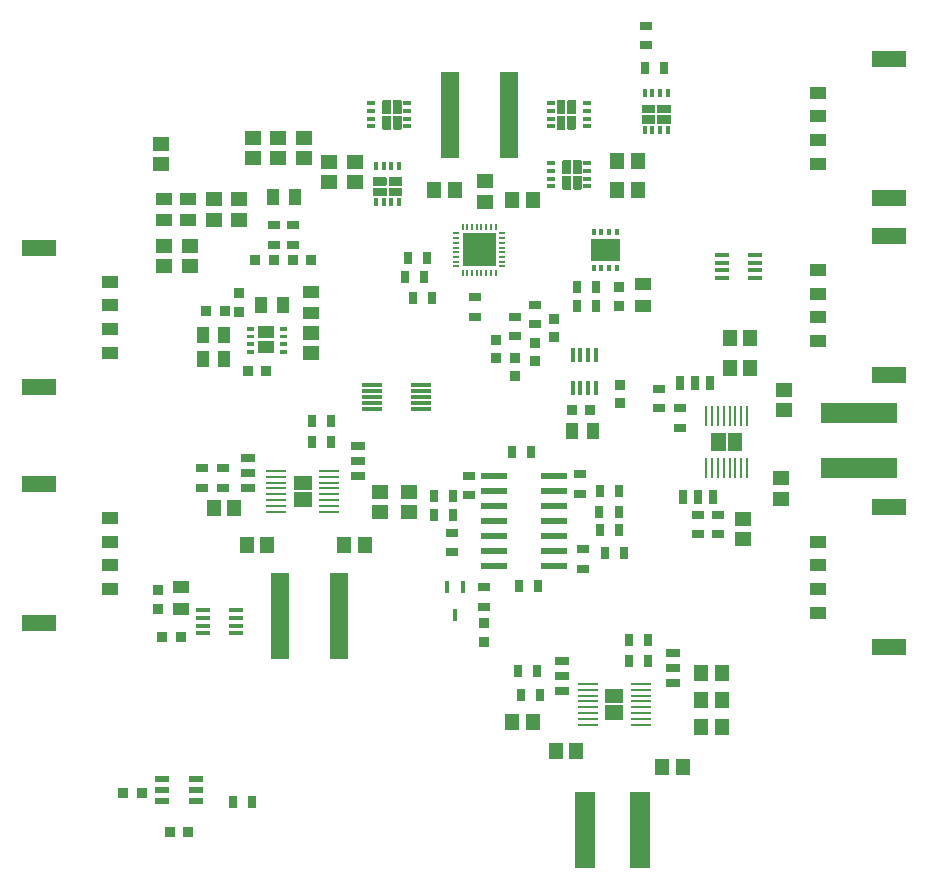
<source format=gbr>
G04 EAGLE Gerber RS-274X export*
G75*
%MOMM*%
%FSLAX34Y34*%
%LPD*%
%INSolderpaste Top*%
%IPPOS*%
%AMOC8*
5,1,8,0,0,1.08239X$1,22.5*%
G01*
G04 Define Apertures*
%ADD10R,1.685800X0.279400*%
%ADD11R,1.450000X1.100000*%
%ADD12R,2.900000X1.350000*%
%ADD13R,0.431000X1.197700*%
%ADD14R,0.279400X1.685800*%
%ADD15R,1.197700X0.431000*%
%ADD16R,1.465300X1.164600*%
%ADD17R,1.164600X1.465300*%
%ADD18R,0.970200X0.920900*%
%ADD19R,0.920900X0.970200*%
%ADD20R,1.600000X7.350000*%
%ADD21R,1.700000X6.500000*%
%ADD22R,6.500000X1.700000*%
%ADD23R,0.400000X0.700000*%
%ADD24R,0.700000X0.400000*%
%ADD25R,0.304800X0.609600*%
%ADD26R,1.420200X1.031200*%
%ADD27R,0.798700X0.973900*%
%ADD28R,0.973900X0.798700*%
%ADD29R,1.031200X1.420200*%
%ADD30R,1.270000X0.635000*%
%ADD31R,0.635000X1.270000*%
%ADD32R,0.550000X0.200000*%
%ADD33R,0.200000X0.550000*%
%ADD34R,2.794000X2.794000*%
%ADD35R,0.406400X1.079500*%
%ADD36R,2.270000X0.558000*%
%ADD37R,1.172300X0.558000*%
%ADD38R,1.470000X1.060000*%
%ADD39C,0.075000*%
%ADD40R,1.812800X0.330200*%
G36*
X107061Y136017D02*
X131699Y136017D01*
X131699Y117983D01*
X107061Y117983D01*
X107061Y136017D01*
G37*
G36*
X-143995Y-90821D02*
X-143995Y-78343D01*
X-129231Y-78343D01*
X-129231Y-90821D01*
X-143995Y-90821D01*
G37*
G36*
X-143995Y-76597D02*
X-143995Y-64119D01*
X-129231Y-64119D01*
X-129231Y-76597D01*
X-143995Y-76597D01*
G37*
G36*
X119618Y-271161D02*
X119618Y-258683D01*
X134382Y-258683D01*
X134382Y-271161D01*
X119618Y-271161D01*
G37*
G36*
X119618Y-256937D02*
X119618Y-244459D01*
X134382Y-244459D01*
X134382Y-256937D01*
X119618Y-256937D01*
G37*
G36*
X221377Y-42942D02*
X208899Y-42942D01*
X208899Y-28178D01*
X221377Y-28178D01*
X221377Y-42942D01*
G37*
G36*
X235601Y-42942D02*
X223123Y-42942D01*
X223123Y-28178D01*
X235601Y-28178D01*
X235601Y-42942D01*
G37*
G36*
X-77136Y172752D02*
X-77147Y172868D01*
X-77147Y178942D01*
X-77136Y179058D01*
X-77100Y179174D01*
X-77043Y179282D01*
X-76965Y179375D01*
X-76872Y179453D01*
X-76764Y179510D01*
X-76648Y179546D01*
X-76532Y179557D01*
X-66258Y179557D01*
X-66142Y179546D01*
X-66026Y179510D01*
X-65918Y179453D01*
X-65825Y179375D01*
X-65747Y179282D01*
X-65690Y179174D01*
X-65654Y179058D01*
X-65643Y178942D01*
X-65643Y172868D01*
X-65654Y172752D01*
X-65690Y172636D01*
X-65747Y172528D01*
X-65825Y172435D01*
X-65918Y172357D01*
X-66026Y172300D01*
X-66142Y172264D01*
X-66258Y172253D01*
X-76532Y172253D01*
X-76648Y172264D01*
X-76764Y172300D01*
X-76872Y172357D01*
X-76965Y172435D01*
X-77043Y172528D01*
X-77100Y172636D01*
X-77136Y172752D01*
G37*
G36*
X-77136Y181802D02*
X-77147Y181918D01*
X-77147Y187992D01*
X-77136Y188108D01*
X-77100Y188224D01*
X-77043Y188332D01*
X-76965Y188425D01*
X-76872Y188503D01*
X-76764Y188560D01*
X-76648Y188596D01*
X-76532Y188607D01*
X-66258Y188607D01*
X-66142Y188596D01*
X-66026Y188560D01*
X-65918Y188503D01*
X-65825Y188425D01*
X-65747Y188332D01*
X-65690Y188224D01*
X-65654Y188108D01*
X-65643Y187992D01*
X-65643Y181918D01*
X-65654Y181802D01*
X-65690Y181686D01*
X-65747Y181578D01*
X-65825Y181485D01*
X-65918Y181407D01*
X-66026Y181350D01*
X-66142Y181314D01*
X-66258Y181303D01*
X-76532Y181303D01*
X-76648Y181314D01*
X-76764Y181350D01*
X-76872Y181407D01*
X-76965Y181485D01*
X-77043Y181578D01*
X-77100Y181686D01*
X-77136Y181802D01*
G37*
G36*
X-62422Y228934D02*
X-62538Y228923D01*
X-68612Y228923D01*
X-68728Y228934D01*
X-68844Y228970D01*
X-68952Y229027D01*
X-69045Y229105D01*
X-69123Y229198D01*
X-69180Y229306D01*
X-69216Y229422D01*
X-69227Y229538D01*
X-69227Y239812D01*
X-69216Y239928D01*
X-69180Y240044D01*
X-69123Y240152D01*
X-69045Y240245D01*
X-68952Y240323D01*
X-68844Y240380D01*
X-68728Y240416D01*
X-68612Y240427D01*
X-62538Y240427D01*
X-62422Y240416D01*
X-62306Y240380D01*
X-62198Y240323D01*
X-62105Y240245D01*
X-62027Y240152D01*
X-61970Y240044D01*
X-61934Y239928D01*
X-61923Y239812D01*
X-61923Y229538D01*
X-61934Y229422D01*
X-61970Y229306D01*
X-62027Y229198D01*
X-62105Y229105D01*
X-62198Y229027D01*
X-62306Y228970D01*
X-62422Y228934D01*
G37*
G36*
X-53372Y228934D02*
X-53488Y228923D01*
X-59562Y228923D01*
X-59678Y228934D01*
X-59794Y228970D01*
X-59902Y229027D01*
X-59995Y229105D01*
X-60073Y229198D01*
X-60130Y229306D01*
X-60166Y229422D01*
X-60177Y229538D01*
X-60177Y239812D01*
X-60166Y239928D01*
X-60130Y240044D01*
X-60073Y240152D01*
X-59995Y240245D01*
X-59902Y240323D01*
X-59794Y240380D01*
X-59678Y240416D01*
X-59562Y240427D01*
X-53488Y240427D01*
X-53372Y240416D01*
X-53256Y240380D01*
X-53148Y240323D01*
X-53055Y240245D01*
X-52977Y240152D01*
X-52920Y240044D01*
X-52884Y239928D01*
X-52873Y239812D01*
X-52873Y229538D01*
X-52884Y229422D01*
X-52920Y229306D01*
X-52977Y229198D01*
X-53055Y229105D01*
X-53148Y229027D01*
X-53256Y228970D01*
X-53372Y228934D01*
G37*
G36*
X78772Y253666D02*
X78888Y253677D01*
X84962Y253677D01*
X85078Y253666D01*
X85194Y253630D01*
X85302Y253573D01*
X85395Y253495D01*
X85473Y253402D01*
X85530Y253294D01*
X85566Y253178D01*
X85577Y253062D01*
X85577Y242788D01*
X85566Y242672D01*
X85530Y242556D01*
X85473Y242448D01*
X85395Y242355D01*
X85302Y242277D01*
X85194Y242220D01*
X85078Y242184D01*
X84962Y242173D01*
X78888Y242173D01*
X78772Y242184D01*
X78656Y242220D01*
X78548Y242277D01*
X78455Y242355D01*
X78377Y242448D01*
X78320Y242556D01*
X78284Y242672D01*
X78273Y242788D01*
X78273Y253062D01*
X78284Y253178D01*
X78320Y253294D01*
X78377Y253402D01*
X78455Y253495D01*
X78548Y253573D01*
X78656Y253630D01*
X78772Y253666D01*
G37*
G36*
X89978Y178134D02*
X89862Y178123D01*
X83788Y178123D01*
X83672Y178134D01*
X83556Y178170D01*
X83448Y178227D01*
X83355Y178305D01*
X83277Y178398D01*
X83220Y178506D01*
X83184Y178622D01*
X83173Y178738D01*
X83173Y189012D01*
X83184Y189128D01*
X83220Y189244D01*
X83277Y189352D01*
X83355Y189445D01*
X83448Y189523D01*
X83556Y189580D01*
X83672Y189616D01*
X83788Y189627D01*
X89862Y189627D01*
X89978Y189616D01*
X90094Y189580D01*
X90202Y189523D01*
X90295Y189445D01*
X90373Y189352D01*
X90430Y189244D01*
X90466Y189128D01*
X90477Y189012D01*
X90477Y178738D01*
X90466Y178622D01*
X90430Y178506D01*
X90373Y178398D01*
X90295Y178305D01*
X90202Y178227D01*
X90094Y178170D01*
X89978Y178134D01*
G37*
G36*
X87822Y253666D02*
X87938Y253677D01*
X94012Y253677D01*
X94128Y253666D01*
X94244Y253630D01*
X94352Y253573D01*
X94445Y253495D01*
X94523Y253402D01*
X94580Y253294D01*
X94616Y253178D01*
X94627Y253062D01*
X94627Y242788D01*
X94616Y242672D01*
X94580Y242556D01*
X94523Y242448D01*
X94445Y242355D01*
X94352Y242277D01*
X94244Y242220D01*
X94128Y242184D01*
X94012Y242173D01*
X87938Y242173D01*
X87822Y242184D01*
X87706Y242220D01*
X87598Y242277D01*
X87505Y242355D01*
X87427Y242448D01*
X87370Y242556D01*
X87334Y242672D01*
X87323Y242788D01*
X87323Y253062D01*
X87334Y253178D01*
X87370Y253294D01*
X87427Y253402D01*
X87505Y253495D01*
X87598Y253573D01*
X87706Y253630D01*
X87822Y253666D01*
G37*
G36*
X99028Y178134D02*
X98912Y178123D01*
X92838Y178123D01*
X92722Y178134D01*
X92606Y178170D01*
X92498Y178227D01*
X92405Y178305D01*
X92327Y178398D01*
X92270Y178506D01*
X92234Y178622D01*
X92223Y178738D01*
X92223Y189012D01*
X92234Y189128D01*
X92270Y189244D01*
X92327Y189352D01*
X92405Y189445D01*
X92498Y189523D01*
X92606Y189580D01*
X92722Y189616D01*
X92838Y189627D01*
X98912Y189627D01*
X99028Y189616D01*
X99144Y189580D01*
X99252Y189523D01*
X99345Y189445D01*
X99423Y189352D01*
X99480Y189244D01*
X99516Y189128D01*
X99527Y189012D01*
X99527Y178738D01*
X99516Y178622D01*
X99480Y178506D01*
X99423Y178398D01*
X99345Y178305D01*
X99252Y178227D01*
X99144Y178170D01*
X99028Y178134D01*
G37*
G36*
X150194Y234198D02*
X150183Y234314D01*
X150183Y240388D01*
X150194Y240504D01*
X150230Y240620D01*
X150287Y240728D01*
X150365Y240821D01*
X150458Y240899D01*
X150566Y240956D01*
X150682Y240992D01*
X150798Y241003D01*
X161072Y241003D01*
X161188Y240992D01*
X161304Y240956D01*
X161412Y240899D01*
X161505Y240821D01*
X161583Y240728D01*
X161640Y240620D01*
X161676Y240504D01*
X161687Y240388D01*
X161687Y234314D01*
X161676Y234198D01*
X161640Y234082D01*
X161583Y233974D01*
X161505Y233881D01*
X161412Y233803D01*
X161304Y233746D01*
X161188Y233710D01*
X161072Y233699D01*
X150798Y233699D01*
X150682Y233710D01*
X150566Y233746D01*
X150458Y233803D01*
X150365Y233881D01*
X150287Y233974D01*
X150230Y234082D01*
X150194Y234198D01*
G37*
G36*
X150194Y243248D02*
X150183Y243364D01*
X150183Y249438D01*
X150194Y249554D01*
X150230Y249670D01*
X150287Y249778D01*
X150365Y249871D01*
X150458Y249949D01*
X150566Y250006D01*
X150682Y250042D01*
X150798Y250053D01*
X161072Y250053D01*
X161188Y250042D01*
X161304Y250006D01*
X161412Y249949D01*
X161505Y249871D01*
X161583Y249778D01*
X161640Y249670D01*
X161676Y249554D01*
X161687Y249438D01*
X161687Y243364D01*
X161676Y243248D01*
X161640Y243132D01*
X161583Y243024D01*
X161505Y242931D01*
X161412Y242853D01*
X161304Y242796D01*
X161188Y242760D01*
X161072Y242749D01*
X150798Y242749D01*
X150682Y242760D01*
X150566Y242796D01*
X150458Y242853D01*
X150365Y242931D01*
X150287Y243024D01*
X150230Y243132D01*
X150194Y243248D01*
G37*
G36*
X-62422Y242184D02*
X-62538Y242173D01*
X-68612Y242173D01*
X-68728Y242184D01*
X-68844Y242220D01*
X-68952Y242277D01*
X-69045Y242354D01*
X-69123Y242448D01*
X-69180Y242556D01*
X-69216Y242672D01*
X-69227Y242787D01*
X-69227Y253062D01*
X-69216Y253178D01*
X-69180Y253294D01*
X-69123Y253402D01*
X-69045Y253495D01*
X-68952Y253573D01*
X-68843Y253630D01*
X-68728Y253665D01*
X-68613Y253677D01*
X-62537Y253677D01*
X-62422Y253665D01*
X-62307Y253630D01*
X-62198Y253573D01*
X-62105Y253495D01*
X-62027Y253402D01*
X-61970Y253294D01*
X-61934Y253178D01*
X-61923Y253062D01*
X-61923Y242787D01*
X-61934Y242672D01*
X-61970Y242556D01*
X-62027Y242448D01*
X-62105Y242354D01*
X-62198Y242277D01*
X-62306Y242220D01*
X-62422Y242184D01*
G37*
G36*
X-63886Y172752D02*
X-63897Y172868D01*
X-63897Y178942D01*
X-63886Y179058D01*
X-63850Y179174D01*
X-63793Y179282D01*
X-63716Y179375D01*
X-63622Y179453D01*
X-63514Y179510D01*
X-63398Y179546D01*
X-63283Y179557D01*
X-53008Y179557D01*
X-52892Y179546D01*
X-52776Y179510D01*
X-52668Y179453D01*
X-52575Y179375D01*
X-52497Y179282D01*
X-52440Y179173D01*
X-52405Y179058D01*
X-52393Y178943D01*
X-52393Y172867D01*
X-52405Y172752D01*
X-52440Y172637D01*
X-52497Y172528D01*
X-52575Y172435D01*
X-52668Y172357D01*
X-52776Y172300D01*
X-52892Y172264D01*
X-53008Y172253D01*
X-63283Y172253D01*
X-63398Y172264D01*
X-63514Y172300D01*
X-63622Y172357D01*
X-63716Y172435D01*
X-63793Y172528D01*
X-63850Y172636D01*
X-63886Y172752D01*
G37*
G36*
X-63886Y181802D02*
X-63897Y181918D01*
X-63897Y187992D01*
X-63886Y188108D01*
X-63850Y188224D01*
X-63793Y188332D01*
X-63716Y188425D01*
X-63622Y188503D01*
X-63514Y188560D01*
X-63398Y188596D01*
X-63283Y188607D01*
X-53008Y188607D01*
X-52892Y188596D01*
X-52776Y188560D01*
X-52668Y188503D01*
X-52575Y188425D01*
X-52497Y188332D01*
X-52440Y188223D01*
X-52405Y188108D01*
X-52393Y187993D01*
X-52393Y181917D01*
X-52405Y181802D01*
X-52440Y181687D01*
X-52497Y181578D01*
X-52575Y181485D01*
X-52668Y181407D01*
X-52776Y181350D01*
X-52892Y181314D01*
X-53008Y181303D01*
X-63283Y181303D01*
X-63398Y181314D01*
X-63514Y181350D01*
X-63622Y181407D01*
X-63716Y181485D01*
X-63793Y181578D01*
X-63850Y181686D01*
X-63886Y181802D01*
G37*
G36*
X-53372Y242184D02*
X-53488Y242173D01*
X-59562Y242173D01*
X-59678Y242184D01*
X-59794Y242220D01*
X-59902Y242277D01*
X-59995Y242354D01*
X-60073Y242448D01*
X-60130Y242556D01*
X-60166Y242672D01*
X-60177Y242787D01*
X-60177Y253062D01*
X-60166Y253178D01*
X-60130Y253294D01*
X-60073Y253402D01*
X-59995Y253495D01*
X-59902Y253573D01*
X-59793Y253630D01*
X-59678Y253665D01*
X-59563Y253677D01*
X-53487Y253677D01*
X-53372Y253665D01*
X-53257Y253630D01*
X-53148Y253573D01*
X-53055Y253495D01*
X-52977Y253402D01*
X-52920Y253294D01*
X-52884Y253178D01*
X-52873Y253062D01*
X-52873Y242787D01*
X-52884Y242672D01*
X-52920Y242556D01*
X-52977Y242448D01*
X-53055Y242354D01*
X-53148Y242277D01*
X-53256Y242220D01*
X-53372Y242184D01*
G37*
G36*
X78772Y240416D02*
X78888Y240427D01*
X84962Y240427D01*
X85078Y240416D01*
X85194Y240380D01*
X85302Y240323D01*
X85395Y240246D01*
X85473Y240152D01*
X85530Y240044D01*
X85566Y239928D01*
X85577Y239813D01*
X85577Y229538D01*
X85566Y229422D01*
X85530Y229306D01*
X85473Y229198D01*
X85395Y229105D01*
X85302Y229027D01*
X85193Y228970D01*
X85078Y228935D01*
X84963Y228923D01*
X78887Y228923D01*
X78772Y228935D01*
X78657Y228970D01*
X78548Y229027D01*
X78455Y229105D01*
X78377Y229198D01*
X78320Y229306D01*
X78284Y229422D01*
X78273Y229538D01*
X78273Y239813D01*
X78284Y239928D01*
X78320Y240044D01*
X78377Y240152D01*
X78455Y240246D01*
X78548Y240323D01*
X78656Y240380D01*
X78772Y240416D01*
G37*
G36*
X89978Y191384D02*
X89862Y191373D01*
X83788Y191373D01*
X83672Y191384D01*
X83556Y191420D01*
X83448Y191477D01*
X83355Y191554D01*
X83277Y191648D01*
X83220Y191756D01*
X83184Y191872D01*
X83173Y191987D01*
X83173Y202262D01*
X83184Y202378D01*
X83220Y202494D01*
X83277Y202602D01*
X83355Y202695D01*
X83448Y202773D01*
X83557Y202830D01*
X83672Y202865D01*
X83787Y202877D01*
X89863Y202877D01*
X89978Y202865D01*
X90093Y202830D01*
X90202Y202773D01*
X90295Y202695D01*
X90373Y202602D01*
X90430Y202494D01*
X90466Y202378D01*
X90477Y202262D01*
X90477Y191987D01*
X90466Y191872D01*
X90430Y191756D01*
X90373Y191648D01*
X90295Y191554D01*
X90202Y191477D01*
X90094Y191420D01*
X89978Y191384D01*
G37*
G36*
X87822Y240416D02*
X87938Y240427D01*
X94012Y240427D01*
X94128Y240416D01*
X94244Y240380D01*
X94352Y240323D01*
X94445Y240246D01*
X94523Y240152D01*
X94580Y240044D01*
X94616Y239928D01*
X94627Y239813D01*
X94627Y229538D01*
X94616Y229422D01*
X94580Y229306D01*
X94523Y229198D01*
X94445Y229105D01*
X94352Y229027D01*
X94243Y228970D01*
X94128Y228935D01*
X94013Y228923D01*
X87937Y228923D01*
X87822Y228935D01*
X87707Y228970D01*
X87598Y229027D01*
X87505Y229105D01*
X87427Y229198D01*
X87370Y229306D01*
X87334Y229422D01*
X87323Y229538D01*
X87323Y239813D01*
X87334Y239928D01*
X87370Y240044D01*
X87427Y240152D01*
X87505Y240246D01*
X87598Y240323D01*
X87706Y240380D01*
X87822Y240416D01*
G37*
G36*
X99028Y191384D02*
X98912Y191373D01*
X92838Y191373D01*
X92722Y191384D01*
X92606Y191420D01*
X92498Y191477D01*
X92405Y191554D01*
X92327Y191648D01*
X92270Y191756D01*
X92234Y191872D01*
X92223Y191987D01*
X92223Y202262D01*
X92234Y202378D01*
X92270Y202494D01*
X92327Y202602D01*
X92405Y202695D01*
X92498Y202773D01*
X92607Y202830D01*
X92722Y202865D01*
X92837Y202877D01*
X98913Y202877D01*
X99028Y202865D01*
X99143Y202830D01*
X99252Y202773D01*
X99345Y202695D01*
X99423Y202602D01*
X99480Y202494D01*
X99516Y202378D01*
X99527Y202262D01*
X99527Y191987D01*
X99516Y191872D01*
X99480Y191756D01*
X99423Y191648D01*
X99345Y191554D01*
X99252Y191477D01*
X99144Y191420D01*
X99028Y191384D01*
G37*
G36*
X163444Y234198D02*
X163433Y234314D01*
X163433Y240388D01*
X163444Y240504D01*
X163480Y240620D01*
X163537Y240728D01*
X163614Y240821D01*
X163708Y240899D01*
X163816Y240956D01*
X163932Y240992D01*
X164047Y241003D01*
X174322Y241003D01*
X174438Y240992D01*
X174554Y240956D01*
X174662Y240899D01*
X174755Y240821D01*
X174833Y240728D01*
X174890Y240619D01*
X174925Y240504D01*
X174937Y240389D01*
X174937Y234313D01*
X174925Y234198D01*
X174890Y234083D01*
X174833Y233974D01*
X174755Y233881D01*
X174662Y233803D01*
X174554Y233746D01*
X174438Y233710D01*
X174322Y233699D01*
X164047Y233699D01*
X163932Y233710D01*
X163816Y233746D01*
X163708Y233803D01*
X163614Y233881D01*
X163537Y233974D01*
X163480Y234082D01*
X163444Y234198D01*
G37*
G36*
X163444Y243248D02*
X163433Y243364D01*
X163433Y249438D01*
X163444Y249554D01*
X163480Y249670D01*
X163537Y249778D01*
X163614Y249871D01*
X163708Y249949D01*
X163816Y250006D01*
X163932Y250042D01*
X164047Y250053D01*
X174322Y250053D01*
X174438Y250042D01*
X174554Y250006D01*
X174662Y249949D01*
X174755Y249871D01*
X174833Y249778D01*
X174890Y249669D01*
X174925Y249554D01*
X174937Y249439D01*
X174937Y243363D01*
X174925Y243248D01*
X174890Y243133D01*
X174833Y243024D01*
X174755Y242931D01*
X174662Y242853D01*
X174554Y242796D01*
X174438Y242760D01*
X174322Y242749D01*
X164047Y242749D01*
X163932Y242760D01*
X163816Y242796D01*
X163708Y242853D01*
X163614Y242931D01*
X163537Y243024D01*
X163480Y243132D01*
X163444Y243248D01*
G37*
G36*
X-1270Y140970D02*
X26670Y140970D01*
X26670Y113030D01*
X-1270Y113030D01*
X-1270Y140970D01*
G37*
D10*
X-114269Y-94970D03*
X-114269Y-89970D03*
X-114269Y-84970D03*
X-114269Y-79970D03*
X-114269Y-74970D03*
X-114269Y-69970D03*
X-114269Y-64970D03*
X-114269Y-59970D03*
X-158957Y-59970D03*
X-158957Y-64970D03*
X-158957Y-69970D03*
X-158957Y-74970D03*
X-158957Y-79970D03*
X-158957Y-84970D03*
X-158957Y-89970D03*
X-158957Y-94970D03*
D11*
X-300000Y100000D03*
X-300000Y80000D03*
X-300000Y60000D03*
X-300000Y40000D03*
D12*
X-359750Y128950D03*
X-359750Y11050D03*
D11*
X300000Y50000D03*
X300000Y70000D03*
X300000Y90000D03*
X300000Y110000D03*
D12*
X359750Y21050D03*
X359750Y138950D03*
D13*
X91850Y9886D03*
X98350Y9886D03*
X104850Y9886D03*
X111350Y9886D03*
X111350Y38374D03*
X104850Y38374D03*
X98350Y38374D03*
X91850Y38374D03*
D14*
X239750Y-13216D03*
X234750Y-13216D03*
X229750Y-13216D03*
X224750Y-13216D03*
X219750Y-13216D03*
X214750Y-13216D03*
X209750Y-13216D03*
X204750Y-13216D03*
X204750Y-57904D03*
X209750Y-57904D03*
X214750Y-57904D03*
X219750Y-57904D03*
X224750Y-57904D03*
X229750Y-57904D03*
X234750Y-57904D03*
X239750Y-57904D03*
D11*
X-300000Y-100000D03*
X-300000Y-120000D03*
X-300000Y-140000D03*
X-300000Y-160000D03*
D12*
X-359750Y-71050D03*
X-359750Y-188950D03*
D11*
X300000Y-180000D03*
X300000Y-160000D03*
X300000Y-140000D03*
X300000Y-120000D03*
D12*
X359750Y-208950D03*
X359750Y-91050D03*
D15*
X246654Y103280D03*
X246654Y109780D03*
X246654Y116280D03*
X246654Y122780D03*
X218166Y122780D03*
X218166Y116280D03*
X218166Y109780D03*
X218166Y103280D03*
D10*
X149344Y-275310D03*
X149344Y-270310D03*
X149344Y-265310D03*
X149344Y-260310D03*
X149344Y-255310D03*
X149344Y-250310D03*
X149344Y-245310D03*
X149344Y-240310D03*
X104656Y-240310D03*
X104656Y-245310D03*
X104656Y-250310D03*
X104656Y-255310D03*
X104656Y-260310D03*
X104656Y-265310D03*
X104656Y-270310D03*
X104656Y-275310D03*
D11*
X300000Y200000D03*
X300000Y220000D03*
X300000Y240000D03*
X300000Y260000D03*
D12*
X359750Y171050D03*
X359750Y288950D03*
D15*
X-221254Y-178210D03*
X-221254Y-184710D03*
X-221254Y-191210D03*
X-221254Y-197710D03*
X-192766Y-197710D03*
X-192766Y-191210D03*
X-192766Y-184710D03*
X-192766Y-178210D03*
D16*
X-254000Y130674D03*
X-254000Y113166D03*
X-232410Y113166D03*
X-232410Y130674D03*
X-114300Y184286D03*
X-114300Y201794D03*
D17*
X-7756Y177800D03*
X-25264Y177800D03*
X40776Y168910D03*
X58284Y168910D03*
X-83956Y-123190D03*
X-101464Y-123190D03*
X129676Y177800D03*
X147184Y177800D03*
X129676Y201930D03*
X147184Y201930D03*
D16*
X-157480Y204606D03*
X-157480Y222114D03*
D18*
X131070Y95236D03*
X131070Y79744D03*
D16*
X17780Y185284D03*
X17780Y167776D03*
D18*
X59690Y48386D03*
X59690Y32894D03*
X76200Y68706D03*
X76200Y53214D03*
X26670Y50926D03*
X26670Y35434D03*
D16*
X-135890Y204606D03*
X-135890Y222114D03*
D18*
X43180Y35686D03*
X43180Y20194D03*
D17*
X-166506Y-123190D03*
X-184014Y-123190D03*
D16*
X-46990Y-77606D03*
X-46990Y-95114D03*
X-71120Y-77606D03*
X-71120Y-95114D03*
D17*
X-194446Y-91440D03*
X-211954Y-91440D03*
D16*
X270510Y8754D03*
X270510Y-8754D03*
X267970Y-66110D03*
X267970Y-83618D03*
D17*
X224926Y26924D03*
X242434Y26924D03*
D16*
X-256540Y199526D03*
X-256540Y217034D03*
D17*
X224926Y52070D03*
X242434Y52070D03*
D16*
X236220Y-100466D03*
X236220Y-117974D03*
D17*
X185284Y-310817D03*
X167776Y-310817D03*
X95114Y-297180D03*
X77606Y-297180D03*
X200796Y-254000D03*
X218304Y-254000D03*
X200796Y-276860D03*
X218304Y-276860D03*
X200796Y-231140D03*
X218304Y-231140D03*
X58284Y-273050D03*
X40776Y-273050D03*
D19*
X91314Y-8890D03*
X106806Y-8890D03*
D16*
X-212090Y170044D03*
X-212090Y152536D03*
D18*
X-259080Y-161164D03*
X-259080Y-176656D03*
X132080Y12826D03*
X132080Y-2666D03*
D19*
X-239904Y-200660D03*
X-255396Y-200660D03*
X-233554Y-365760D03*
X-249046Y-365760D03*
D16*
X-92710Y184286D03*
X-92710Y201794D03*
X-190500Y170044D03*
X-190500Y152536D03*
X-179070Y204606D03*
X-179070Y222114D03*
D19*
X-161164Y118110D03*
X-176656Y118110D03*
X-144906Y118110D03*
X-129414Y118110D03*
X-183006Y24130D03*
X-167514Y24130D03*
X-202750Y74930D03*
X-218242Y74930D03*
D18*
X-190500Y90296D03*
X-190500Y74804D03*
D16*
X-129540Y57014D03*
X-129540Y39506D03*
D20*
X-105810Y-182880D03*
X-155810Y-182880D03*
D21*
X148730Y-364490D03*
X102730Y-364490D03*
D22*
X334010Y-11290D03*
X334010Y-57290D03*
D20*
X-12300Y241300D03*
X37700Y241300D03*
D23*
X-55020Y198380D03*
X-61520Y198380D03*
X-68020Y198380D03*
X-74520Y198380D03*
X-74520Y167380D03*
X-68020Y167380D03*
X-61520Y167380D03*
X-55020Y167380D03*
D24*
X73400Y200250D03*
X73400Y193750D03*
X73400Y187250D03*
X73400Y180750D03*
X104400Y180750D03*
X104400Y187250D03*
X104400Y193750D03*
X104400Y200250D03*
X-79000Y251050D03*
X-79000Y244550D03*
X-79000Y238050D03*
X-79000Y231550D03*
X-48000Y231550D03*
X-48000Y238050D03*
X-48000Y244550D03*
X-48000Y251050D03*
X104400Y231550D03*
X104400Y238050D03*
X104400Y244550D03*
X104400Y251050D03*
X73400Y251050D03*
X73400Y244550D03*
X73400Y238050D03*
X73400Y231550D03*
D23*
X172310Y259826D03*
X165810Y259826D03*
X159310Y259826D03*
X152810Y259826D03*
X152810Y228826D03*
X159310Y228826D03*
X165810Y228826D03*
X172310Y228826D03*
D25*
X109630Y111506D03*
X116130Y111506D03*
X122630Y111506D03*
X129130Y111506D03*
X129130Y142494D03*
X122630Y142494D03*
X116130Y142494D03*
X109630Y142494D03*
D26*
X-254000Y170485D03*
X-254000Y152095D03*
D27*
X-31218Y120483D03*
X-47522Y120483D03*
X-50062Y104140D03*
X-33758Y104140D03*
X-43712Y86360D03*
X-27408Y86360D03*
D28*
X8890Y70588D03*
X8890Y86892D03*
X59690Y80542D03*
X59690Y64238D03*
X43180Y70382D03*
X43180Y54078D03*
X-161290Y147852D03*
X-161290Y131548D03*
D27*
X-112498Y-35560D03*
X-128802Y-35560D03*
X-128802Y-17780D03*
X-112498Y-17780D03*
D28*
X16510Y-175033D03*
X16510Y-158729D03*
D27*
X131342Y-110490D03*
X115038Y-110490D03*
X46458Y-157480D03*
X62762Y-157480D03*
X135152Y-129540D03*
X118848Y-129540D03*
D28*
X100330Y-126468D03*
X100330Y-142772D03*
D27*
X130831Y-94491D03*
X114527Y-94491D03*
X40108Y-44450D03*
X56412Y-44450D03*
X131342Y-77470D03*
X115038Y-77470D03*
D28*
X97790Y-79272D03*
X97790Y-62968D03*
D27*
X-9628Y-97790D03*
X-25932Y-97790D03*
D28*
X-10160Y-112498D03*
X-10160Y-128802D03*
D27*
X-9628Y-81280D03*
X-25932Y-81280D03*
D28*
X3810Y-64238D03*
X3810Y-80542D03*
D27*
X155472Y-203367D03*
X139168Y-203367D03*
X139168Y-220980D03*
X155472Y-220980D03*
D26*
X-233680Y170485D03*
X-233680Y152095D03*
D28*
X165100Y-6882D03*
X165100Y9422D03*
X182880Y-23392D03*
X182880Y-7088D03*
X-222250Y-74192D03*
X-222250Y-57888D03*
X-204470Y-57888D03*
X-204470Y-74192D03*
D27*
X61492Y-229870D03*
X45188Y-229870D03*
X47728Y-250190D03*
X64032Y-250190D03*
D28*
X214630Y-97258D03*
X214630Y-113562D03*
X198120Y-113562D03*
X198120Y-97258D03*
D29*
X109525Y-26670D03*
X91135Y-26670D03*
D28*
X-144780Y131548D03*
X-144780Y147852D03*
D26*
X-240030Y-176835D03*
X-240030Y-158445D03*
D27*
X-179808Y-340360D03*
X-196112Y-340360D03*
X153138Y280670D03*
X169442Y280670D03*
D28*
X153670Y316762D03*
X153670Y300458D03*
D27*
X112042Y95810D03*
X95738Y95810D03*
X112042Y79300D03*
X95738Y79300D03*
D29*
X-161595Y171450D03*
X-143205Y171450D03*
X-221285Y34290D03*
X-202895Y34290D03*
X-221285Y54610D03*
X-202895Y54610D03*
X-153365Y80010D03*
X-171755Y80010D03*
D26*
X151350Y79435D03*
X151350Y97825D03*
X-129540Y73355D03*
X-129540Y91745D03*
D30*
X82550Y-246380D03*
X82550Y-233680D03*
X82550Y-220980D03*
X-90170Y-39370D03*
X-90170Y-52070D03*
X-90170Y-64770D03*
D31*
X182880Y13970D03*
X195580Y13970D03*
X208280Y13970D03*
X210820Y-82550D03*
X198120Y-82550D03*
X185420Y-82550D03*
D30*
X-182880Y-74930D03*
X-182880Y-62230D03*
X-182880Y-49530D03*
X176530Y-214630D03*
X176530Y-227330D03*
X176530Y-240030D03*
D32*
X-6550Y141000D03*
X-6550Y137000D03*
X-6550Y133000D03*
X-6550Y129000D03*
X-6550Y125000D03*
X-6550Y121000D03*
X-6550Y117000D03*
X-6550Y113000D03*
D33*
X-1300Y107750D03*
X2700Y107750D03*
X6700Y107750D03*
X10700Y107750D03*
X14700Y107750D03*
X18700Y107750D03*
X22700Y107750D03*
X26700Y107750D03*
D32*
X31950Y113000D03*
X31950Y117000D03*
X31950Y121000D03*
X31950Y125000D03*
X31950Y129000D03*
X31950Y133000D03*
X31950Y137000D03*
X31950Y141000D03*
D33*
X26700Y146250D03*
X22700Y146250D03*
X18700Y146250D03*
X14700Y146250D03*
X10700Y146250D03*
X6700Y146250D03*
X2700Y146250D03*
X-1300Y146250D03*
D34*
X12700Y127000D03*
D35*
X-1120Y-158052D03*
X-14120Y-158052D03*
X-7620Y-182308D03*
D36*
X75938Y-140970D03*
X75938Y-128270D03*
X75938Y-115570D03*
X75938Y-102870D03*
X75938Y-90170D03*
X75938Y-77470D03*
X75938Y-64770D03*
X25662Y-64770D03*
X25662Y-77470D03*
X25662Y-90170D03*
X25662Y-102870D03*
X25662Y-115570D03*
X25662Y-128270D03*
X25662Y-140970D03*
D37*
X-226675Y-339700D03*
X-226675Y-330200D03*
X-226675Y-320700D03*
X-255925Y-320700D03*
X-255925Y-330200D03*
X-255925Y-339700D03*
D38*
X-167640Y57100D03*
X-167640Y44500D03*
D39*
X-179015Y59425D02*
X-184265Y59425D01*
X-184265Y61675D01*
X-179015Y61675D01*
X-179015Y59425D01*
X-179015Y60137D02*
X-184265Y60137D01*
X-184265Y60849D02*
X-179015Y60849D01*
X-179015Y61561D02*
X-184265Y61561D01*
X-184265Y52925D02*
X-179015Y52925D01*
X-184265Y52925D02*
X-184265Y55175D01*
X-179015Y55175D01*
X-179015Y52925D01*
X-179015Y53637D02*
X-184265Y53637D01*
X-184265Y54349D02*
X-179015Y54349D01*
X-179015Y55061D02*
X-184265Y55061D01*
X-184265Y46425D02*
X-179015Y46425D01*
X-184265Y46425D02*
X-184265Y48675D01*
X-179015Y48675D01*
X-179015Y46425D01*
X-179015Y47137D02*
X-184265Y47137D01*
X-184265Y47849D02*
X-179015Y47849D01*
X-179015Y48561D02*
X-184265Y48561D01*
X-184265Y39925D02*
X-179015Y39925D01*
X-184265Y39925D02*
X-184265Y42175D01*
X-179015Y42175D01*
X-179015Y39925D01*
X-179015Y40637D02*
X-184265Y40637D01*
X-184265Y41349D02*
X-179015Y41349D01*
X-179015Y42061D02*
X-184265Y42061D01*
X-156265Y39925D02*
X-151015Y39925D01*
X-156265Y39925D02*
X-156265Y42175D01*
X-151015Y42175D01*
X-151015Y39925D01*
X-151015Y40637D02*
X-156265Y40637D01*
X-156265Y41349D02*
X-151015Y41349D01*
X-151015Y42061D02*
X-156265Y42061D01*
X-156265Y46425D02*
X-151015Y46425D01*
X-156265Y46425D02*
X-156265Y48675D01*
X-151015Y48675D01*
X-151015Y46425D01*
X-151015Y47137D02*
X-156265Y47137D01*
X-156265Y47849D02*
X-151015Y47849D01*
X-151015Y48561D02*
X-156265Y48561D01*
X-156265Y52925D02*
X-151015Y52925D01*
X-156265Y52925D02*
X-156265Y55175D01*
X-151015Y55175D01*
X-151015Y52925D01*
X-151015Y53637D02*
X-156265Y53637D01*
X-156265Y54349D02*
X-151015Y54349D01*
X-151015Y55061D02*
X-156265Y55061D01*
X-156265Y59425D02*
X-151015Y59425D01*
X-156265Y59425D02*
X-156265Y61675D01*
X-151015Y61675D01*
X-151015Y59425D01*
X-151015Y60137D02*
X-156265Y60137D01*
X-156265Y60849D02*
X-151015Y60849D01*
X-151015Y61561D02*
X-156265Y61561D01*
D40*
X-36203Y-7460D03*
X-36203Y-2460D03*
X-36203Y2540D03*
X-36203Y7540D03*
X-36203Y12540D03*
X-78097Y12540D03*
X-78097Y7540D03*
X-78097Y2540D03*
X-78097Y-2460D03*
X-78097Y-7460D03*
D19*
X-272924Y-332740D03*
X-288416Y-332740D03*
D18*
X16510Y-189104D03*
X16510Y-204596D03*
M02*

</source>
